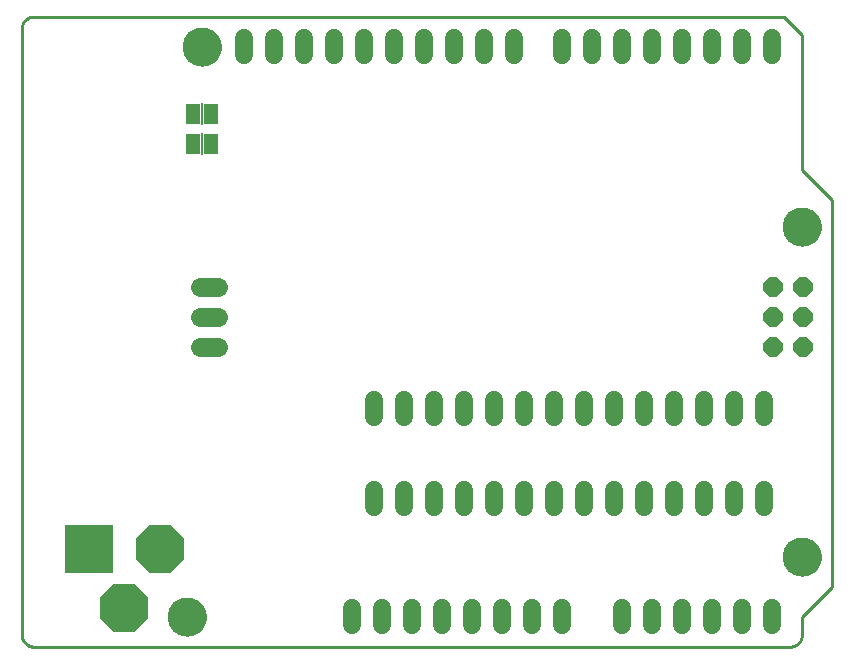
<source format=gbs>
G75*
%MOIN*%
%OFA0B0*%
%FSLAX25Y25*%
%IPPOS*%
%LPD*%
%AMOC8*
5,1,8,0,0,1.08239X$1,22.5*
%
%ADD10C,0.01000*%
%ADD11C,0.00000*%
%ADD12C,0.12998*%
%ADD13C,0.06000*%
%ADD14OC8,0.06502*%
%ADD15OC8,0.16148*%
%ADD16R,0.16148X0.16148*%
%ADD17C,0.08077*%
%ADD18C,0.06400*%
%ADD19R,0.05000X0.06700*%
%ADD20R,0.00600X0.07200*%
D10*
X0081798Y0009437D02*
X0081798Y0211563D01*
X0081800Y0211687D01*
X0081806Y0211810D01*
X0081815Y0211934D01*
X0081829Y0212056D01*
X0081846Y0212179D01*
X0081868Y0212301D01*
X0081893Y0212422D01*
X0081922Y0212542D01*
X0081954Y0212661D01*
X0081991Y0212780D01*
X0082031Y0212897D01*
X0082074Y0213012D01*
X0082122Y0213127D01*
X0082173Y0213239D01*
X0082227Y0213350D01*
X0082285Y0213460D01*
X0082346Y0213567D01*
X0082411Y0213673D01*
X0082479Y0213776D01*
X0082550Y0213877D01*
X0082624Y0213976D01*
X0082701Y0214073D01*
X0082782Y0214167D01*
X0082865Y0214258D01*
X0082951Y0214347D01*
X0083040Y0214433D01*
X0083131Y0214516D01*
X0083225Y0214597D01*
X0083322Y0214674D01*
X0083421Y0214748D01*
X0083522Y0214819D01*
X0083625Y0214887D01*
X0083731Y0214952D01*
X0083838Y0215013D01*
X0083948Y0215071D01*
X0084059Y0215125D01*
X0084171Y0215176D01*
X0084286Y0215224D01*
X0084401Y0215267D01*
X0084518Y0215307D01*
X0084637Y0215344D01*
X0084756Y0215376D01*
X0084876Y0215405D01*
X0084997Y0215430D01*
X0085119Y0215452D01*
X0085242Y0215469D01*
X0085364Y0215483D01*
X0085488Y0215492D01*
X0085611Y0215498D01*
X0085735Y0215500D01*
X0335798Y0215500D01*
X0341798Y0209500D01*
X0341798Y0164500D01*
X0351798Y0154500D01*
X0351798Y0025500D01*
X0341798Y0015500D01*
X0341798Y0009437D01*
X0341796Y0009313D01*
X0341790Y0009190D01*
X0341781Y0009066D01*
X0341767Y0008944D01*
X0341750Y0008821D01*
X0341728Y0008699D01*
X0341703Y0008578D01*
X0341674Y0008458D01*
X0341642Y0008339D01*
X0341605Y0008220D01*
X0341565Y0008103D01*
X0341522Y0007988D01*
X0341474Y0007873D01*
X0341423Y0007761D01*
X0341369Y0007650D01*
X0341311Y0007540D01*
X0341250Y0007433D01*
X0341185Y0007327D01*
X0341117Y0007224D01*
X0341046Y0007123D01*
X0340972Y0007024D01*
X0340895Y0006927D01*
X0340814Y0006833D01*
X0340731Y0006742D01*
X0340645Y0006653D01*
X0340556Y0006567D01*
X0340465Y0006484D01*
X0340371Y0006403D01*
X0340274Y0006326D01*
X0340175Y0006252D01*
X0340074Y0006181D01*
X0339971Y0006113D01*
X0339865Y0006048D01*
X0339758Y0005987D01*
X0339648Y0005929D01*
X0339537Y0005875D01*
X0339425Y0005824D01*
X0339310Y0005776D01*
X0339195Y0005733D01*
X0339078Y0005693D01*
X0338959Y0005656D01*
X0338840Y0005624D01*
X0338720Y0005595D01*
X0338599Y0005570D01*
X0338477Y0005548D01*
X0338354Y0005531D01*
X0338232Y0005517D01*
X0338108Y0005508D01*
X0337985Y0005502D01*
X0337861Y0005500D01*
X0085735Y0005500D01*
X0085611Y0005502D01*
X0085488Y0005508D01*
X0085364Y0005517D01*
X0085242Y0005531D01*
X0085119Y0005548D01*
X0084997Y0005570D01*
X0084876Y0005595D01*
X0084756Y0005624D01*
X0084637Y0005656D01*
X0084518Y0005693D01*
X0084401Y0005733D01*
X0084286Y0005776D01*
X0084171Y0005824D01*
X0084059Y0005875D01*
X0083948Y0005929D01*
X0083838Y0005987D01*
X0083731Y0006048D01*
X0083625Y0006113D01*
X0083522Y0006181D01*
X0083421Y0006252D01*
X0083322Y0006326D01*
X0083225Y0006403D01*
X0083131Y0006484D01*
X0083040Y0006567D01*
X0082951Y0006653D01*
X0082865Y0006742D01*
X0082782Y0006833D01*
X0082701Y0006927D01*
X0082624Y0007024D01*
X0082550Y0007123D01*
X0082479Y0007224D01*
X0082411Y0007327D01*
X0082346Y0007433D01*
X0082285Y0007540D01*
X0082227Y0007650D01*
X0082173Y0007761D01*
X0082122Y0007873D01*
X0082074Y0007988D01*
X0082031Y0008103D01*
X0081991Y0008220D01*
X0081954Y0008339D01*
X0081922Y0008458D01*
X0081893Y0008578D01*
X0081868Y0008699D01*
X0081846Y0008821D01*
X0081829Y0008944D01*
X0081815Y0009066D01*
X0081806Y0009190D01*
X0081800Y0009313D01*
X0081798Y0009437D01*
D11*
X0130499Y0015500D02*
X0130501Y0015658D01*
X0130507Y0015816D01*
X0130517Y0015974D01*
X0130531Y0016132D01*
X0130549Y0016289D01*
X0130570Y0016446D01*
X0130596Y0016602D01*
X0130626Y0016758D01*
X0130659Y0016913D01*
X0130697Y0017066D01*
X0130738Y0017219D01*
X0130783Y0017371D01*
X0130832Y0017522D01*
X0130885Y0017671D01*
X0130941Y0017819D01*
X0131001Y0017965D01*
X0131065Y0018110D01*
X0131133Y0018253D01*
X0131204Y0018395D01*
X0131278Y0018535D01*
X0131356Y0018672D01*
X0131438Y0018808D01*
X0131522Y0018942D01*
X0131611Y0019073D01*
X0131702Y0019202D01*
X0131797Y0019329D01*
X0131894Y0019454D01*
X0131995Y0019576D01*
X0132099Y0019695D01*
X0132206Y0019812D01*
X0132316Y0019926D01*
X0132429Y0020037D01*
X0132544Y0020146D01*
X0132662Y0020251D01*
X0132783Y0020353D01*
X0132906Y0020453D01*
X0133032Y0020549D01*
X0133160Y0020642D01*
X0133290Y0020732D01*
X0133423Y0020818D01*
X0133558Y0020902D01*
X0133694Y0020981D01*
X0133833Y0021058D01*
X0133974Y0021130D01*
X0134116Y0021200D01*
X0134260Y0021265D01*
X0134406Y0021327D01*
X0134553Y0021385D01*
X0134702Y0021440D01*
X0134852Y0021491D01*
X0135003Y0021538D01*
X0135155Y0021581D01*
X0135308Y0021620D01*
X0135463Y0021656D01*
X0135618Y0021687D01*
X0135774Y0021715D01*
X0135930Y0021739D01*
X0136087Y0021759D01*
X0136245Y0021775D01*
X0136402Y0021787D01*
X0136561Y0021795D01*
X0136719Y0021799D01*
X0136877Y0021799D01*
X0137035Y0021795D01*
X0137194Y0021787D01*
X0137351Y0021775D01*
X0137509Y0021759D01*
X0137666Y0021739D01*
X0137822Y0021715D01*
X0137978Y0021687D01*
X0138133Y0021656D01*
X0138288Y0021620D01*
X0138441Y0021581D01*
X0138593Y0021538D01*
X0138744Y0021491D01*
X0138894Y0021440D01*
X0139043Y0021385D01*
X0139190Y0021327D01*
X0139336Y0021265D01*
X0139480Y0021200D01*
X0139622Y0021130D01*
X0139763Y0021058D01*
X0139902Y0020981D01*
X0140038Y0020902D01*
X0140173Y0020818D01*
X0140306Y0020732D01*
X0140436Y0020642D01*
X0140564Y0020549D01*
X0140690Y0020453D01*
X0140813Y0020353D01*
X0140934Y0020251D01*
X0141052Y0020146D01*
X0141167Y0020037D01*
X0141280Y0019926D01*
X0141390Y0019812D01*
X0141497Y0019695D01*
X0141601Y0019576D01*
X0141702Y0019454D01*
X0141799Y0019329D01*
X0141894Y0019202D01*
X0141985Y0019073D01*
X0142074Y0018942D01*
X0142158Y0018808D01*
X0142240Y0018672D01*
X0142318Y0018535D01*
X0142392Y0018395D01*
X0142463Y0018253D01*
X0142531Y0018110D01*
X0142595Y0017965D01*
X0142655Y0017819D01*
X0142711Y0017671D01*
X0142764Y0017522D01*
X0142813Y0017371D01*
X0142858Y0017219D01*
X0142899Y0017066D01*
X0142937Y0016913D01*
X0142970Y0016758D01*
X0143000Y0016602D01*
X0143026Y0016446D01*
X0143047Y0016289D01*
X0143065Y0016132D01*
X0143079Y0015974D01*
X0143089Y0015816D01*
X0143095Y0015658D01*
X0143097Y0015500D01*
X0143095Y0015342D01*
X0143089Y0015184D01*
X0143079Y0015026D01*
X0143065Y0014868D01*
X0143047Y0014711D01*
X0143026Y0014554D01*
X0143000Y0014398D01*
X0142970Y0014242D01*
X0142937Y0014087D01*
X0142899Y0013934D01*
X0142858Y0013781D01*
X0142813Y0013629D01*
X0142764Y0013478D01*
X0142711Y0013329D01*
X0142655Y0013181D01*
X0142595Y0013035D01*
X0142531Y0012890D01*
X0142463Y0012747D01*
X0142392Y0012605D01*
X0142318Y0012465D01*
X0142240Y0012328D01*
X0142158Y0012192D01*
X0142074Y0012058D01*
X0141985Y0011927D01*
X0141894Y0011798D01*
X0141799Y0011671D01*
X0141702Y0011546D01*
X0141601Y0011424D01*
X0141497Y0011305D01*
X0141390Y0011188D01*
X0141280Y0011074D01*
X0141167Y0010963D01*
X0141052Y0010854D01*
X0140934Y0010749D01*
X0140813Y0010647D01*
X0140690Y0010547D01*
X0140564Y0010451D01*
X0140436Y0010358D01*
X0140306Y0010268D01*
X0140173Y0010182D01*
X0140038Y0010098D01*
X0139902Y0010019D01*
X0139763Y0009942D01*
X0139622Y0009870D01*
X0139480Y0009800D01*
X0139336Y0009735D01*
X0139190Y0009673D01*
X0139043Y0009615D01*
X0138894Y0009560D01*
X0138744Y0009509D01*
X0138593Y0009462D01*
X0138441Y0009419D01*
X0138288Y0009380D01*
X0138133Y0009344D01*
X0137978Y0009313D01*
X0137822Y0009285D01*
X0137666Y0009261D01*
X0137509Y0009241D01*
X0137351Y0009225D01*
X0137194Y0009213D01*
X0137035Y0009205D01*
X0136877Y0009201D01*
X0136719Y0009201D01*
X0136561Y0009205D01*
X0136402Y0009213D01*
X0136245Y0009225D01*
X0136087Y0009241D01*
X0135930Y0009261D01*
X0135774Y0009285D01*
X0135618Y0009313D01*
X0135463Y0009344D01*
X0135308Y0009380D01*
X0135155Y0009419D01*
X0135003Y0009462D01*
X0134852Y0009509D01*
X0134702Y0009560D01*
X0134553Y0009615D01*
X0134406Y0009673D01*
X0134260Y0009735D01*
X0134116Y0009800D01*
X0133974Y0009870D01*
X0133833Y0009942D01*
X0133694Y0010019D01*
X0133558Y0010098D01*
X0133423Y0010182D01*
X0133290Y0010268D01*
X0133160Y0010358D01*
X0133032Y0010451D01*
X0132906Y0010547D01*
X0132783Y0010647D01*
X0132662Y0010749D01*
X0132544Y0010854D01*
X0132429Y0010963D01*
X0132316Y0011074D01*
X0132206Y0011188D01*
X0132099Y0011305D01*
X0131995Y0011424D01*
X0131894Y0011546D01*
X0131797Y0011671D01*
X0131702Y0011798D01*
X0131611Y0011927D01*
X0131522Y0012058D01*
X0131438Y0012192D01*
X0131356Y0012328D01*
X0131278Y0012465D01*
X0131204Y0012605D01*
X0131133Y0012747D01*
X0131065Y0012890D01*
X0131001Y0013035D01*
X0130941Y0013181D01*
X0130885Y0013329D01*
X0130832Y0013478D01*
X0130783Y0013629D01*
X0130738Y0013781D01*
X0130697Y0013934D01*
X0130659Y0014087D01*
X0130626Y0014242D01*
X0130596Y0014398D01*
X0130570Y0014554D01*
X0130549Y0014711D01*
X0130531Y0014868D01*
X0130517Y0015026D01*
X0130507Y0015184D01*
X0130501Y0015342D01*
X0130499Y0015500D01*
X0335499Y0035500D02*
X0335501Y0035658D01*
X0335507Y0035816D01*
X0335517Y0035974D01*
X0335531Y0036132D01*
X0335549Y0036289D01*
X0335570Y0036446D01*
X0335596Y0036602D01*
X0335626Y0036758D01*
X0335659Y0036913D01*
X0335697Y0037066D01*
X0335738Y0037219D01*
X0335783Y0037371D01*
X0335832Y0037522D01*
X0335885Y0037671D01*
X0335941Y0037819D01*
X0336001Y0037965D01*
X0336065Y0038110D01*
X0336133Y0038253D01*
X0336204Y0038395D01*
X0336278Y0038535D01*
X0336356Y0038672D01*
X0336438Y0038808D01*
X0336522Y0038942D01*
X0336611Y0039073D01*
X0336702Y0039202D01*
X0336797Y0039329D01*
X0336894Y0039454D01*
X0336995Y0039576D01*
X0337099Y0039695D01*
X0337206Y0039812D01*
X0337316Y0039926D01*
X0337429Y0040037D01*
X0337544Y0040146D01*
X0337662Y0040251D01*
X0337783Y0040353D01*
X0337906Y0040453D01*
X0338032Y0040549D01*
X0338160Y0040642D01*
X0338290Y0040732D01*
X0338423Y0040818D01*
X0338558Y0040902D01*
X0338694Y0040981D01*
X0338833Y0041058D01*
X0338974Y0041130D01*
X0339116Y0041200D01*
X0339260Y0041265D01*
X0339406Y0041327D01*
X0339553Y0041385D01*
X0339702Y0041440D01*
X0339852Y0041491D01*
X0340003Y0041538D01*
X0340155Y0041581D01*
X0340308Y0041620D01*
X0340463Y0041656D01*
X0340618Y0041687D01*
X0340774Y0041715D01*
X0340930Y0041739D01*
X0341087Y0041759D01*
X0341245Y0041775D01*
X0341402Y0041787D01*
X0341561Y0041795D01*
X0341719Y0041799D01*
X0341877Y0041799D01*
X0342035Y0041795D01*
X0342194Y0041787D01*
X0342351Y0041775D01*
X0342509Y0041759D01*
X0342666Y0041739D01*
X0342822Y0041715D01*
X0342978Y0041687D01*
X0343133Y0041656D01*
X0343288Y0041620D01*
X0343441Y0041581D01*
X0343593Y0041538D01*
X0343744Y0041491D01*
X0343894Y0041440D01*
X0344043Y0041385D01*
X0344190Y0041327D01*
X0344336Y0041265D01*
X0344480Y0041200D01*
X0344622Y0041130D01*
X0344763Y0041058D01*
X0344902Y0040981D01*
X0345038Y0040902D01*
X0345173Y0040818D01*
X0345306Y0040732D01*
X0345436Y0040642D01*
X0345564Y0040549D01*
X0345690Y0040453D01*
X0345813Y0040353D01*
X0345934Y0040251D01*
X0346052Y0040146D01*
X0346167Y0040037D01*
X0346280Y0039926D01*
X0346390Y0039812D01*
X0346497Y0039695D01*
X0346601Y0039576D01*
X0346702Y0039454D01*
X0346799Y0039329D01*
X0346894Y0039202D01*
X0346985Y0039073D01*
X0347074Y0038942D01*
X0347158Y0038808D01*
X0347240Y0038672D01*
X0347318Y0038535D01*
X0347392Y0038395D01*
X0347463Y0038253D01*
X0347531Y0038110D01*
X0347595Y0037965D01*
X0347655Y0037819D01*
X0347711Y0037671D01*
X0347764Y0037522D01*
X0347813Y0037371D01*
X0347858Y0037219D01*
X0347899Y0037066D01*
X0347937Y0036913D01*
X0347970Y0036758D01*
X0348000Y0036602D01*
X0348026Y0036446D01*
X0348047Y0036289D01*
X0348065Y0036132D01*
X0348079Y0035974D01*
X0348089Y0035816D01*
X0348095Y0035658D01*
X0348097Y0035500D01*
X0348095Y0035342D01*
X0348089Y0035184D01*
X0348079Y0035026D01*
X0348065Y0034868D01*
X0348047Y0034711D01*
X0348026Y0034554D01*
X0348000Y0034398D01*
X0347970Y0034242D01*
X0347937Y0034087D01*
X0347899Y0033934D01*
X0347858Y0033781D01*
X0347813Y0033629D01*
X0347764Y0033478D01*
X0347711Y0033329D01*
X0347655Y0033181D01*
X0347595Y0033035D01*
X0347531Y0032890D01*
X0347463Y0032747D01*
X0347392Y0032605D01*
X0347318Y0032465D01*
X0347240Y0032328D01*
X0347158Y0032192D01*
X0347074Y0032058D01*
X0346985Y0031927D01*
X0346894Y0031798D01*
X0346799Y0031671D01*
X0346702Y0031546D01*
X0346601Y0031424D01*
X0346497Y0031305D01*
X0346390Y0031188D01*
X0346280Y0031074D01*
X0346167Y0030963D01*
X0346052Y0030854D01*
X0345934Y0030749D01*
X0345813Y0030647D01*
X0345690Y0030547D01*
X0345564Y0030451D01*
X0345436Y0030358D01*
X0345306Y0030268D01*
X0345173Y0030182D01*
X0345038Y0030098D01*
X0344902Y0030019D01*
X0344763Y0029942D01*
X0344622Y0029870D01*
X0344480Y0029800D01*
X0344336Y0029735D01*
X0344190Y0029673D01*
X0344043Y0029615D01*
X0343894Y0029560D01*
X0343744Y0029509D01*
X0343593Y0029462D01*
X0343441Y0029419D01*
X0343288Y0029380D01*
X0343133Y0029344D01*
X0342978Y0029313D01*
X0342822Y0029285D01*
X0342666Y0029261D01*
X0342509Y0029241D01*
X0342351Y0029225D01*
X0342194Y0029213D01*
X0342035Y0029205D01*
X0341877Y0029201D01*
X0341719Y0029201D01*
X0341561Y0029205D01*
X0341402Y0029213D01*
X0341245Y0029225D01*
X0341087Y0029241D01*
X0340930Y0029261D01*
X0340774Y0029285D01*
X0340618Y0029313D01*
X0340463Y0029344D01*
X0340308Y0029380D01*
X0340155Y0029419D01*
X0340003Y0029462D01*
X0339852Y0029509D01*
X0339702Y0029560D01*
X0339553Y0029615D01*
X0339406Y0029673D01*
X0339260Y0029735D01*
X0339116Y0029800D01*
X0338974Y0029870D01*
X0338833Y0029942D01*
X0338694Y0030019D01*
X0338558Y0030098D01*
X0338423Y0030182D01*
X0338290Y0030268D01*
X0338160Y0030358D01*
X0338032Y0030451D01*
X0337906Y0030547D01*
X0337783Y0030647D01*
X0337662Y0030749D01*
X0337544Y0030854D01*
X0337429Y0030963D01*
X0337316Y0031074D01*
X0337206Y0031188D01*
X0337099Y0031305D01*
X0336995Y0031424D01*
X0336894Y0031546D01*
X0336797Y0031671D01*
X0336702Y0031798D01*
X0336611Y0031927D01*
X0336522Y0032058D01*
X0336438Y0032192D01*
X0336356Y0032328D01*
X0336278Y0032465D01*
X0336204Y0032605D01*
X0336133Y0032747D01*
X0336065Y0032890D01*
X0336001Y0033035D01*
X0335941Y0033181D01*
X0335885Y0033329D01*
X0335832Y0033478D01*
X0335783Y0033629D01*
X0335738Y0033781D01*
X0335697Y0033934D01*
X0335659Y0034087D01*
X0335626Y0034242D01*
X0335596Y0034398D01*
X0335570Y0034554D01*
X0335549Y0034711D01*
X0335531Y0034868D01*
X0335517Y0035026D01*
X0335507Y0035184D01*
X0335501Y0035342D01*
X0335499Y0035500D01*
X0335499Y0145500D02*
X0335501Y0145658D01*
X0335507Y0145816D01*
X0335517Y0145974D01*
X0335531Y0146132D01*
X0335549Y0146289D01*
X0335570Y0146446D01*
X0335596Y0146602D01*
X0335626Y0146758D01*
X0335659Y0146913D01*
X0335697Y0147066D01*
X0335738Y0147219D01*
X0335783Y0147371D01*
X0335832Y0147522D01*
X0335885Y0147671D01*
X0335941Y0147819D01*
X0336001Y0147965D01*
X0336065Y0148110D01*
X0336133Y0148253D01*
X0336204Y0148395D01*
X0336278Y0148535D01*
X0336356Y0148672D01*
X0336438Y0148808D01*
X0336522Y0148942D01*
X0336611Y0149073D01*
X0336702Y0149202D01*
X0336797Y0149329D01*
X0336894Y0149454D01*
X0336995Y0149576D01*
X0337099Y0149695D01*
X0337206Y0149812D01*
X0337316Y0149926D01*
X0337429Y0150037D01*
X0337544Y0150146D01*
X0337662Y0150251D01*
X0337783Y0150353D01*
X0337906Y0150453D01*
X0338032Y0150549D01*
X0338160Y0150642D01*
X0338290Y0150732D01*
X0338423Y0150818D01*
X0338558Y0150902D01*
X0338694Y0150981D01*
X0338833Y0151058D01*
X0338974Y0151130D01*
X0339116Y0151200D01*
X0339260Y0151265D01*
X0339406Y0151327D01*
X0339553Y0151385D01*
X0339702Y0151440D01*
X0339852Y0151491D01*
X0340003Y0151538D01*
X0340155Y0151581D01*
X0340308Y0151620D01*
X0340463Y0151656D01*
X0340618Y0151687D01*
X0340774Y0151715D01*
X0340930Y0151739D01*
X0341087Y0151759D01*
X0341245Y0151775D01*
X0341402Y0151787D01*
X0341561Y0151795D01*
X0341719Y0151799D01*
X0341877Y0151799D01*
X0342035Y0151795D01*
X0342194Y0151787D01*
X0342351Y0151775D01*
X0342509Y0151759D01*
X0342666Y0151739D01*
X0342822Y0151715D01*
X0342978Y0151687D01*
X0343133Y0151656D01*
X0343288Y0151620D01*
X0343441Y0151581D01*
X0343593Y0151538D01*
X0343744Y0151491D01*
X0343894Y0151440D01*
X0344043Y0151385D01*
X0344190Y0151327D01*
X0344336Y0151265D01*
X0344480Y0151200D01*
X0344622Y0151130D01*
X0344763Y0151058D01*
X0344902Y0150981D01*
X0345038Y0150902D01*
X0345173Y0150818D01*
X0345306Y0150732D01*
X0345436Y0150642D01*
X0345564Y0150549D01*
X0345690Y0150453D01*
X0345813Y0150353D01*
X0345934Y0150251D01*
X0346052Y0150146D01*
X0346167Y0150037D01*
X0346280Y0149926D01*
X0346390Y0149812D01*
X0346497Y0149695D01*
X0346601Y0149576D01*
X0346702Y0149454D01*
X0346799Y0149329D01*
X0346894Y0149202D01*
X0346985Y0149073D01*
X0347074Y0148942D01*
X0347158Y0148808D01*
X0347240Y0148672D01*
X0347318Y0148535D01*
X0347392Y0148395D01*
X0347463Y0148253D01*
X0347531Y0148110D01*
X0347595Y0147965D01*
X0347655Y0147819D01*
X0347711Y0147671D01*
X0347764Y0147522D01*
X0347813Y0147371D01*
X0347858Y0147219D01*
X0347899Y0147066D01*
X0347937Y0146913D01*
X0347970Y0146758D01*
X0348000Y0146602D01*
X0348026Y0146446D01*
X0348047Y0146289D01*
X0348065Y0146132D01*
X0348079Y0145974D01*
X0348089Y0145816D01*
X0348095Y0145658D01*
X0348097Y0145500D01*
X0348095Y0145342D01*
X0348089Y0145184D01*
X0348079Y0145026D01*
X0348065Y0144868D01*
X0348047Y0144711D01*
X0348026Y0144554D01*
X0348000Y0144398D01*
X0347970Y0144242D01*
X0347937Y0144087D01*
X0347899Y0143934D01*
X0347858Y0143781D01*
X0347813Y0143629D01*
X0347764Y0143478D01*
X0347711Y0143329D01*
X0347655Y0143181D01*
X0347595Y0143035D01*
X0347531Y0142890D01*
X0347463Y0142747D01*
X0347392Y0142605D01*
X0347318Y0142465D01*
X0347240Y0142328D01*
X0347158Y0142192D01*
X0347074Y0142058D01*
X0346985Y0141927D01*
X0346894Y0141798D01*
X0346799Y0141671D01*
X0346702Y0141546D01*
X0346601Y0141424D01*
X0346497Y0141305D01*
X0346390Y0141188D01*
X0346280Y0141074D01*
X0346167Y0140963D01*
X0346052Y0140854D01*
X0345934Y0140749D01*
X0345813Y0140647D01*
X0345690Y0140547D01*
X0345564Y0140451D01*
X0345436Y0140358D01*
X0345306Y0140268D01*
X0345173Y0140182D01*
X0345038Y0140098D01*
X0344902Y0140019D01*
X0344763Y0139942D01*
X0344622Y0139870D01*
X0344480Y0139800D01*
X0344336Y0139735D01*
X0344190Y0139673D01*
X0344043Y0139615D01*
X0343894Y0139560D01*
X0343744Y0139509D01*
X0343593Y0139462D01*
X0343441Y0139419D01*
X0343288Y0139380D01*
X0343133Y0139344D01*
X0342978Y0139313D01*
X0342822Y0139285D01*
X0342666Y0139261D01*
X0342509Y0139241D01*
X0342351Y0139225D01*
X0342194Y0139213D01*
X0342035Y0139205D01*
X0341877Y0139201D01*
X0341719Y0139201D01*
X0341561Y0139205D01*
X0341402Y0139213D01*
X0341245Y0139225D01*
X0341087Y0139241D01*
X0340930Y0139261D01*
X0340774Y0139285D01*
X0340618Y0139313D01*
X0340463Y0139344D01*
X0340308Y0139380D01*
X0340155Y0139419D01*
X0340003Y0139462D01*
X0339852Y0139509D01*
X0339702Y0139560D01*
X0339553Y0139615D01*
X0339406Y0139673D01*
X0339260Y0139735D01*
X0339116Y0139800D01*
X0338974Y0139870D01*
X0338833Y0139942D01*
X0338694Y0140019D01*
X0338558Y0140098D01*
X0338423Y0140182D01*
X0338290Y0140268D01*
X0338160Y0140358D01*
X0338032Y0140451D01*
X0337906Y0140547D01*
X0337783Y0140647D01*
X0337662Y0140749D01*
X0337544Y0140854D01*
X0337429Y0140963D01*
X0337316Y0141074D01*
X0337206Y0141188D01*
X0337099Y0141305D01*
X0336995Y0141424D01*
X0336894Y0141546D01*
X0336797Y0141671D01*
X0336702Y0141798D01*
X0336611Y0141927D01*
X0336522Y0142058D01*
X0336438Y0142192D01*
X0336356Y0142328D01*
X0336278Y0142465D01*
X0336204Y0142605D01*
X0336133Y0142747D01*
X0336065Y0142890D01*
X0336001Y0143035D01*
X0335941Y0143181D01*
X0335885Y0143329D01*
X0335832Y0143478D01*
X0335783Y0143629D01*
X0335738Y0143781D01*
X0335697Y0143934D01*
X0335659Y0144087D01*
X0335626Y0144242D01*
X0335596Y0144398D01*
X0335570Y0144554D01*
X0335549Y0144711D01*
X0335531Y0144868D01*
X0335517Y0145026D01*
X0335507Y0145184D01*
X0335501Y0145342D01*
X0335499Y0145500D01*
X0135499Y0205500D02*
X0135501Y0205658D01*
X0135507Y0205816D01*
X0135517Y0205974D01*
X0135531Y0206132D01*
X0135549Y0206289D01*
X0135570Y0206446D01*
X0135596Y0206602D01*
X0135626Y0206758D01*
X0135659Y0206913D01*
X0135697Y0207066D01*
X0135738Y0207219D01*
X0135783Y0207371D01*
X0135832Y0207522D01*
X0135885Y0207671D01*
X0135941Y0207819D01*
X0136001Y0207965D01*
X0136065Y0208110D01*
X0136133Y0208253D01*
X0136204Y0208395D01*
X0136278Y0208535D01*
X0136356Y0208672D01*
X0136438Y0208808D01*
X0136522Y0208942D01*
X0136611Y0209073D01*
X0136702Y0209202D01*
X0136797Y0209329D01*
X0136894Y0209454D01*
X0136995Y0209576D01*
X0137099Y0209695D01*
X0137206Y0209812D01*
X0137316Y0209926D01*
X0137429Y0210037D01*
X0137544Y0210146D01*
X0137662Y0210251D01*
X0137783Y0210353D01*
X0137906Y0210453D01*
X0138032Y0210549D01*
X0138160Y0210642D01*
X0138290Y0210732D01*
X0138423Y0210818D01*
X0138558Y0210902D01*
X0138694Y0210981D01*
X0138833Y0211058D01*
X0138974Y0211130D01*
X0139116Y0211200D01*
X0139260Y0211265D01*
X0139406Y0211327D01*
X0139553Y0211385D01*
X0139702Y0211440D01*
X0139852Y0211491D01*
X0140003Y0211538D01*
X0140155Y0211581D01*
X0140308Y0211620D01*
X0140463Y0211656D01*
X0140618Y0211687D01*
X0140774Y0211715D01*
X0140930Y0211739D01*
X0141087Y0211759D01*
X0141245Y0211775D01*
X0141402Y0211787D01*
X0141561Y0211795D01*
X0141719Y0211799D01*
X0141877Y0211799D01*
X0142035Y0211795D01*
X0142194Y0211787D01*
X0142351Y0211775D01*
X0142509Y0211759D01*
X0142666Y0211739D01*
X0142822Y0211715D01*
X0142978Y0211687D01*
X0143133Y0211656D01*
X0143288Y0211620D01*
X0143441Y0211581D01*
X0143593Y0211538D01*
X0143744Y0211491D01*
X0143894Y0211440D01*
X0144043Y0211385D01*
X0144190Y0211327D01*
X0144336Y0211265D01*
X0144480Y0211200D01*
X0144622Y0211130D01*
X0144763Y0211058D01*
X0144902Y0210981D01*
X0145038Y0210902D01*
X0145173Y0210818D01*
X0145306Y0210732D01*
X0145436Y0210642D01*
X0145564Y0210549D01*
X0145690Y0210453D01*
X0145813Y0210353D01*
X0145934Y0210251D01*
X0146052Y0210146D01*
X0146167Y0210037D01*
X0146280Y0209926D01*
X0146390Y0209812D01*
X0146497Y0209695D01*
X0146601Y0209576D01*
X0146702Y0209454D01*
X0146799Y0209329D01*
X0146894Y0209202D01*
X0146985Y0209073D01*
X0147074Y0208942D01*
X0147158Y0208808D01*
X0147240Y0208672D01*
X0147318Y0208535D01*
X0147392Y0208395D01*
X0147463Y0208253D01*
X0147531Y0208110D01*
X0147595Y0207965D01*
X0147655Y0207819D01*
X0147711Y0207671D01*
X0147764Y0207522D01*
X0147813Y0207371D01*
X0147858Y0207219D01*
X0147899Y0207066D01*
X0147937Y0206913D01*
X0147970Y0206758D01*
X0148000Y0206602D01*
X0148026Y0206446D01*
X0148047Y0206289D01*
X0148065Y0206132D01*
X0148079Y0205974D01*
X0148089Y0205816D01*
X0148095Y0205658D01*
X0148097Y0205500D01*
X0148095Y0205342D01*
X0148089Y0205184D01*
X0148079Y0205026D01*
X0148065Y0204868D01*
X0148047Y0204711D01*
X0148026Y0204554D01*
X0148000Y0204398D01*
X0147970Y0204242D01*
X0147937Y0204087D01*
X0147899Y0203934D01*
X0147858Y0203781D01*
X0147813Y0203629D01*
X0147764Y0203478D01*
X0147711Y0203329D01*
X0147655Y0203181D01*
X0147595Y0203035D01*
X0147531Y0202890D01*
X0147463Y0202747D01*
X0147392Y0202605D01*
X0147318Y0202465D01*
X0147240Y0202328D01*
X0147158Y0202192D01*
X0147074Y0202058D01*
X0146985Y0201927D01*
X0146894Y0201798D01*
X0146799Y0201671D01*
X0146702Y0201546D01*
X0146601Y0201424D01*
X0146497Y0201305D01*
X0146390Y0201188D01*
X0146280Y0201074D01*
X0146167Y0200963D01*
X0146052Y0200854D01*
X0145934Y0200749D01*
X0145813Y0200647D01*
X0145690Y0200547D01*
X0145564Y0200451D01*
X0145436Y0200358D01*
X0145306Y0200268D01*
X0145173Y0200182D01*
X0145038Y0200098D01*
X0144902Y0200019D01*
X0144763Y0199942D01*
X0144622Y0199870D01*
X0144480Y0199800D01*
X0144336Y0199735D01*
X0144190Y0199673D01*
X0144043Y0199615D01*
X0143894Y0199560D01*
X0143744Y0199509D01*
X0143593Y0199462D01*
X0143441Y0199419D01*
X0143288Y0199380D01*
X0143133Y0199344D01*
X0142978Y0199313D01*
X0142822Y0199285D01*
X0142666Y0199261D01*
X0142509Y0199241D01*
X0142351Y0199225D01*
X0142194Y0199213D01*
X0142035Y0199205D01*
X0141877Y0199201D01*
X0141719Y0199201D01*
X0141561Y0199205D01*
X0141402Y0199213D01*
X0141245Y0199225D01*
X0141087Y0199241D01*
X0140930Y0199261D01*
X0140774Y0199285D01*
X0140618Y0199313D01*
X0140463Y0199344D01*
X0140308Y0199380D01*
X0140155Y0199419D01*
X0140003Y0199462D01*
X0139852Y0199509D01*
X0139702Y0199560D01*
X0139553Y0199615D01*
X0139406Y0199673D01*
X0139260Y0199735D01*
X0139116Y0199800D01*
X0138974Y0199870D01*
X0138833Y0199942D01*
X0138694Y0200019D01*
X0138558Y0200098D01*
X0138423Y0200182D01*
X0138290Y0200268D01*
X0138160Y0200358D01*
X0138032Y0200451D01*
X0137906Y0200547D01*
X0137783Y0200647D01*
X0137662Y0200749D01*
X0137544Y0200854D01*
X0137429Y0200963D01*
X0137316Y0201074D01*
X0137206Y0201188D01*
X0137099Y0201305D01*
X0136995Y0201424D01*
X0136894Y0201546D01*
X0136797Y0201671D01*
X0136702Y0201798D01*
X0136611Y0201927D01*
X0136522Y0202058D01*
X0136438Y0202192D01*
X0136356Y0202328D01*
X0136278Y0202465D01*
X0136204Y0202605D01*
X0136133Y0202747D01*
X0136065Y0202890D01*
X0136001Y0203035D01*
X0135941Y0203181D01*
X0135885Y0203329D01*
X0135832Y0203478D01*
X0135783Y0203629D01*
X0135738Y0203781D01*
X0135697Y0203934D01*
X0135659Y0204087D01*
X0135626Y0204242D01*
X0135596Y0204398D01*
X0135570Y0204554D01*
X0135549Y0204711D01*
X0135531Y0204868D01*
X0135517Y0205026D01*
X0135507Y0205184D01*
X0135501Y0205342D01*
X0135499Y0205500D01*
D12*
X0141798Y0205500D03*
X0341798Y0145500D03*
X0341798Y0035500D03*
X0136798Y0015500D03*
D13*
X0191798Y0012700D02*
X0191798Y0018300D01*
X0201798Y0018300D02*
X0201798Y0012700D01*
X0211798Y0012700D02*
X0211798Y0018300D01*
X0221798Y0018300D02*
X0221798Y0012700D01*
X0231798Y0012700D02*
X0231798Y0018300D01*
X0241798Y0018300D02*
X0241798Y0012700D01*
X0251798Y0012700D02*
X0251798Y0018300D01*
X0261798Y0018300D02*
X0261798Y0012700D01*
X0281798Y0012700D02*
X0281798Y0018300D01*
X0291798Y0018300D02*
X0291798Y0012700D01*
X0301798Y0012700D02*
X0301798Y0018300D01*
X0311798Y0018300D02*
X0311798Y0012700D01*
X0321798Y0012700D02*
X0321798Y0018300D01*
X0331798Y0018300D02*
X0331798Y0012700D01*
X0329298Y0052200D02*
X0329298Y0057800D01*
X0319298Y0057800D02*
X0319298Y0052200D01*
X0309298Y0052200D02*
X0309298Y0057800D01*
X0299298Y0057800D02*
X0299298Y0052200D01*
X0289298Y0052200D02*
X0289298Y0057800D01*
X0279298Y0057800D02*
X0279298Y0052200D01*
X0269298Y0052200D02*
X0269298Y0057800D01*
X0259298Y0057800D02*
X0259298Y0052200D01*
X0249298Y0052200D02*
X0249298Y0057800D01*
X0239298Y0057800D02*
X0239298Y0052200D01*
X0229298Y0052200D02*
X0229298Y0057800D01*
X0219298Y0057800D02*
X0219298Y0052200D01*
X0209298Y0052200D02*
X0209298Y0057800D01*
X0199298Y0057800D02*
X0199298Y0052200D01*
X0199298Y0082200D02*
X0199298Y0087800D01*
X0209298Y0087800D02*
X0209298Y0082200D01*
X0219298Y0082200D02*
X0219298Y0087800D01*
X0229298Y0087800D02*
X0229298Y0082200D01*
X0239298Y0082200D02*
X0239298Y0087800D01*
X0249298Y0087800D02*
X0249298Y0082200D01*
X0259298Y0082200D02*
X0259298Y0087800D01*
X0269298Y0087800D02*
X0269298Y0082200D01*
X0279298Y0082200D02*
X0279298Y0087800D01*
X0289298Y0087800D02*
X0289298Y0082200D01*
X0299298Y0082200D02*
X0299298Y0087800D01*
X0309298Y0087800D02*
X0309298Y0082200D01*
X0319298Y0082200D02*
X0319298Y0087800D01*
X0329298Y0087800D02*
X0329298Y0082200D01*
X0331798Y0202700D02*
X0331798Y0208300D01*
X0321798Y0208300D02*
X0321798Y0202700D01*
X0311798Y0202700D02*
X0311798Y0208300D01*
X0301798Y0208300D02*
X0301798Y0202700D01*
X0291798Y0202700D02*
X0291798Y0208300D01*
X0281798Y0208300D02*
X0281798Y0202700D01*
X0271798Y0202700D02*
X0271798Y0208300D01*
X0261798Y0208300D02*
X0261798Y0202700D01*
X0245798Y0202700D02*
X0245798Y0208300D01*
X0235798Y0208300D02*
X0235798Y0202700D01*
X0225798Y0202700D02*
X0225798Y0208300D01*
X0215798Y0208300D02*
X0215798Y0202700D01*
X0205798Y0202700D02*
X0205798Y0208300D01*
X0195798Y0208300D02*
X0195798Y0202700D01*
X0185798Y0202700D02*
X0185798Y0208300D01*
X0175798Y0208300D02*
X0175798Y0202700D01*
X0165798Y0202700D02*
X0165798Y0208300D01*
X0155798Y0208300D02*
X0155798Y0202700D01*
D14*
X0332298Y0125500D03*
X0342298Y0125500D03*
X0342298Y0115500D03*
X0332298Y0115500D03*
X0332298Y0105500D03*
X0342298Y0105500D03*
D15*
X0127798Y0038200D03*
X0115998Y0018500D03*
D16*
X0104198Y0038200D03*
D17*
X0104198Y0041200D03*
X0104198Y0035200D03*
X0112998Y0018500D03*
X0118998Y0018500D03*
X0127798Y0035200D03*
X0127798Y0041200D03*
D18*
X0141298Y0105500D02*
X0147298Y0105500D01*
X0147298Y0115500D02*
X0141298Y0115500D01*
X0141298Y0125500D02*
X0147298Y0125500D01*
D19*
X0144798Y0173000D03*
X0138798Y0173000D03*
X0138798Y0183000D03*
X0144798Y0183000D03*
D20*
X0141798Y0183000D03*
X0141798Y0173000D03*
M02*

</source>
